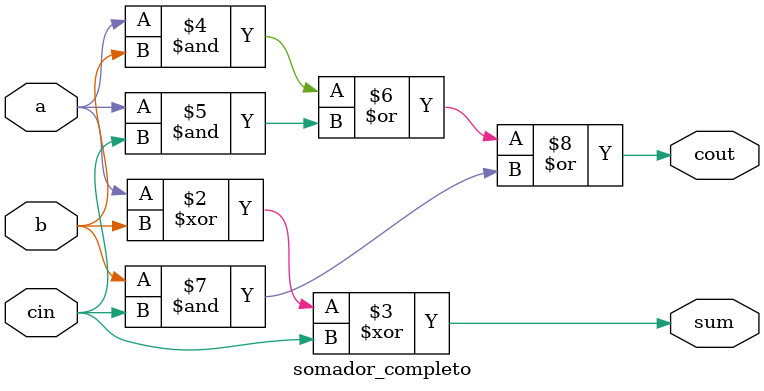
<source format=v>
module somador_completo(
    input a,
    input b,
    input cin,
    output reg sum,
    output reg cout
);

always @(*) begin
    sum = a ^ b ^ cin;
    cout = (a & b) | (a & cin) | (b & cin);
end

endmodule
</source>
